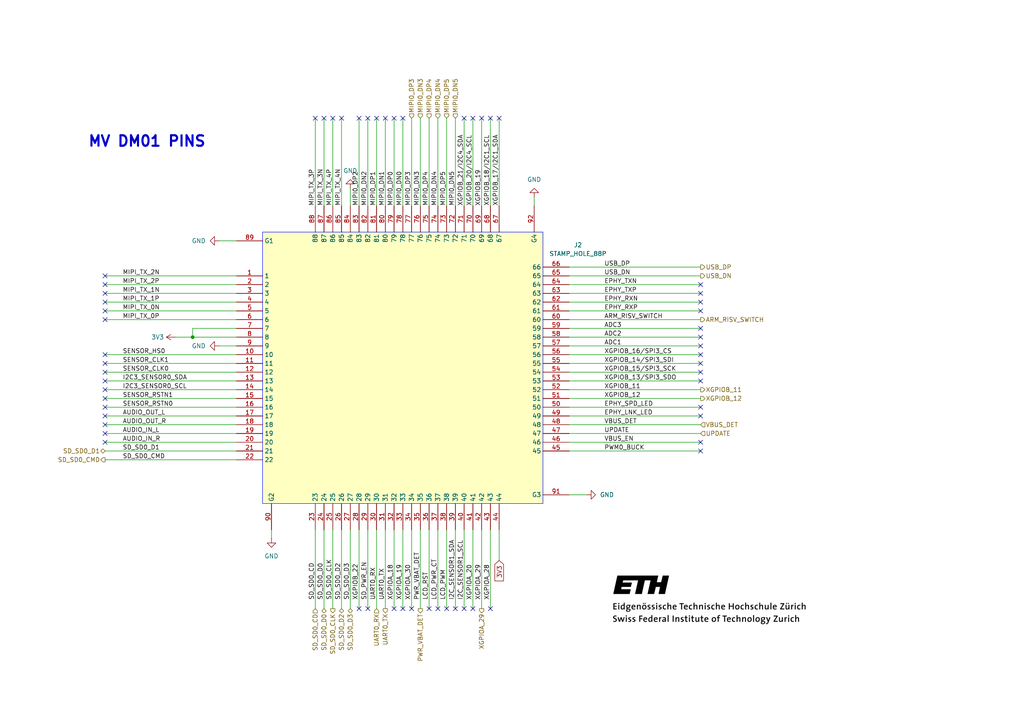
<source format=kicad_sch>
(kicad_sch (version 20250114) (generator "eeschema") (generator_version "9.0")
  (paper "A4")
  (title_block (title "BT-MV Duo 01 Deck") (date "4.11.2025") (rev "A"))
  (lib_symbols
    (symbol "Milk V Library:root_0_STAMP_HOLE_0_*"
      (property "Reference" "J2" (at 91.44 -3.7398 0))
      (property "Value" "STAMP_HOLE_88P" (at 91.44 -6.2798 0))
      (symbol "root_0_STAMP_HOLE_0_*_1_0"
        (rectangle (start 81.28 0) (end 0 -78.74) (stroke (width 0) (color 0 11 255 1)) (fill (type background)))
        (pin passive line (at -7.62 -2.54 0) (length 7.62) (name "G1") (number "89"))
        (pin output line (at -7.62 -12.7 0) (length 7.62) (name "1") (number "1"))
        (pin output line (at -7.62 -15.24 0) (length 7.62) (name "2") (number "2"))
        (pin output line (at -7.62 -17.78 0) (length 7.62) (name "3") (number "3"))
        (pin output line (at -7.62 -20.32 0) (length 7.62) (name "4") (number "4"))
        (pin output line (at -7.62 -22.86 0) (length 7.62) (name "5") (number "5"))
        (pin output line (at -7.62 -25.4 0) (length 7.62) (name "6") (number "6"))
        (pin passive line (at -7.62 -27.94 0) (length 7.62) (name "7") (number "7"))
        (pin passive line (at -7.62 -30.48 0) (length 7.62) (name "8") (number "8"))
        (pin passive line (at -7.62 -33.02 0) (length 7.62) (name "9") (number "9"))
        (pin input line (at -7.62 -35.56 0) (length 7.62) (name "10") (number "10"))
        (pin output line (at -7.62 -38.1 0) (length 7.62) (name "11") (number "11"))
        (pin output line (at -7.62 -40.64 0) (length 7.62) (name "12") (number "12"))
        (pin bidirectional line (at -7.62 -43.18 0) (length 7.62) (name "13") (number "13"))
        (pin bidirectional line (at -7.62 -45.72 0) (length 7.62) (name "14") (number "14"))
        (pin output line (at -7.62 -48.26 0) (length 7.62) (name "15") (number "15"))
        (pin output line (at -7.62 -50.8 0) (length 7.62) (name "16") (number "16"))
        (pin output line (at -7.62 -53.34 0) (length 7.62) (name "17") (number "17"))
        (pin output line (at -7.62 -55.88 0) (length 7.62) (name "18") (number "18"))
        (pin input line (at -7.62 -58.42 0) (length 7.62) (name "19") (number "19"))
        (pin input line (at -7.62 -60.96 0) (length 7.62) (name "20") (number "20"))
        (pin bidirectional line (at -7.62 -63.5 0) (length 7.62) (name "21") (number "21"))
        (pin output line (at -7.62 -66.04 0) (length 7.62) (name "22") (number "22"))
        (pin passive line (at 2.54 -86.36 90) (length 7.62) (name "G2") (number "90"))
        (pin output line (at 15.24 7.62 270) (length 7.62) (name "88") (number "88"))
        (pin input line (at 15.24 -86.36 90) (length 7.62) (name "23") (number "23"))
        (pin output line (at 17.78 7.62 270) (length 7.62) (name "87") (number "87"))
        (pin bidirectional line (at 17.78 -86.36 90) (length 7.62) (name "24") (number "24"))
        (pin output line (at 20.32 7.62 270) (length 7.62) (name "86") (number "86"))
        (pin output line (at 20.32 -86.36 90) (length 7.62) (name "25") (number "25"))
        (pin output line (at 22.86 7.62 270) (length 7.62) (name "85") (number "85"))
        (pin bidirectional line (at 22.86 -86.36 90) (length 7.62) (name "26") (number "26"))
        (pin passive line (at 25.4 7.62 270) (length 7.62) (name "84") (number "84"))
        (pin bidirectional line (at 25.4 -86.36 90) (length 7.62) (name "27") (number "27"))
        (pin input line (at 27.94 7.62 270) (length 7.62) (name "83") (number "83"))
        (pin passive line (at 27.94 -86.36 90) (length 7.62) (name "28") (number "28"))
        (pin input line (at 30.48 7.62 270) (length 7.62) (name "82") (number "82"))
        (pin output line (at 30.48 -86.36 90) (length 7.62) (name "29") (number "29"))
        (pin input line (at 33.02 7.62 270) (length 7.62) (name "81") (number "81"))
        (pin input line (at 33.02 -86.36 90) (length 7.62) (name "30") (number "30"))
        (pin input line (at 35.56 7.62 270) (length 7.62) (name "80") (number "80"))
        (pin output line (at 35.56 -86.36 90) (length 7.62) (name "31") (number "31"))
        (pin input line (at 38.1 7.62 270) (length 7.62) (name "79") (number "79"))
        (pin input line (at 38.1 -86.36 90) (length 7.62) (name "32") (number "32"))
        (pin input line (at 40.64 7.62 270) (length 7.62) (name "78") (number "78"))
        (pin output line (at 40.64 -86.36 90) (length 7.62) (name "33") (number "33"))
        (pin input line (at 43.18 7.62 270) (length 7.62) (name "77") (number "77"))
        (pin output line (at 43.18 -86.36 90) (length 7.62) (name "34") (number "34"))
        (pin input line (at 45.72 7.62 270) (length 7.62) (name "76") (number "76"))
        (pin output line (at 45.72 -86.36 90) (length 7.62) (name "35") (number "35"))
        (pin input line (at 48.26 7.62 270) (length 7.62) (name "75") (number "75"))
        (pin output line (at 48.26 -86.36 90) (length 7.62) (name "36") (number "36"))
        (pin input line (at 50.8 7.62 270) (length 7.62) (name "74") (number "74"))
        (pin output line (at 50.8 -86.36 90) (length 7.62) (name "37") (number "37"))
        (pin input line (at 53.34 7.62 270) (length 7.62) (name "73") (number "73"))
        (pin output line (at 53.34 -86.36 90) (length 7.62) (name "38") (number "38"))
        (pin input line (at 55.88 7.62 270) (length 7.62) (name "72") (number "72"))
        (pin bidirectional line (at 55.88 -86.36 90) (length 7.62) (name "39") (number "39"))
        (pin output line (at 58.42 7.62 270) (length 7.62) (name "71") (number "71"))
        (pin bidirectional line (at 58.42 -86.36 90) (length 7.62) (name "40") (number "40"))
        (pin output line (at 60.96 7.62 270) (length 7.62) (name "70") (number "70"))
        (pin output line (at 60.96 -86.36 90) (length 7.62) (name "41") (number "41"))
        (pin output line (at 63.5 7.62 270) (length 7.62) (name "69") (number "69"))
        (pin bidirectional line (at 63.5 -86.36 90) (length 7.62) (name "42") (number "42"))
        (pin output line (at 66.04 7.62 270) (length 7.62) (name "68") (number "68"))
        (pin passive line (at 66.04 -86.36 90) (length 7.62) (name "43") (number "43"))
        (pin bidirectional line (at 68.58 7.62 270) (length 7.62) (name "67") (number "67"))
        (pin passive line (at 68.58 -86.36 90) (length 7.62) (name "44") (number "44"))
        (pin passive line (at 78.74 7.62 270) (length 7.62) (name "G4") (number "92"))
        (pin bidirectional line (at 88.9 -10.16 180) (length 7.62) (name "66") (number "66"))
        (pin bidirectional line (at 88.9 -12.7 180) (length 7.62) (name "65") (number "65"))
        (pin output line (at 88.9 -15.24 180) (length 7.62) (name "64") (number "64"))
        (pin output line (at 88.9 -17.78 180) (length 7.62) (name "63") (number "63"))
        (pin input line (at 88.9 -20.32 180) (length 7.62) (name "62") (number "62"))
        (pin input line (at 88.9 -22.86 180) (length 7.62) (name "61") (number "61"))
        (pin output line (at 88.9 -25.4 180) (length 7.62) (name "60") (number "60"))
        (pin input line (at 88.9 -27.94 180) (length 7.62) (name "59") (number "59"))
        (pin input line (at 88.9 -30.48 180) (length 7.62) (name "58") (number "58"))
        (pin input line (at 88.9 -33.02 180) (length 7.62) (name "57") (number "57"))
        (pin output line (at 88.9 -35.56 180) (length 7.62) (name "56") (number "56"))
        (pin output line (at 88.9 -38.1 180) (length 7.62) (name "55") (number "55"))
        (pin output line (at 88.9 -40.64 180) (length 7.62) (name "54") (number "54"))
        (pin output line (at 88.9 -43.18 180) (length 7.62) (name "53") (number "53"))
        (pin passive line (at 88.9 -45.72 180) (length 7.62) (name "52") (number "52"))
        (pin passive line (at 88.9 -48.26 180) (length 7.62) (name "51") (number "51"))
        (pin output line (at 88.9 -50.8 180) (length 7.62) (name "50") (number "50"))
        (pin output line (at 88.9 -53.34 180) (length 7.62) (name "49") (number "49"))
        (pin input line (at 88.9 -55.88 180) (length 7.62) (name "48") (number "48"))
        (pin input line (at 88.9 -58.42 180) (length 7.62) (name "47") (number "47"))
        (pin output line (at 88.9 -60.96 180) (length 7.62) (name "46") (number "46"))
        (pin output line (at 88.9 -63.5 180) (length 7.62) (name "45") (number "45"))
        (pin passive line (at 88.9 -76.2 180) (length 7.62) (name "G3") (number "91"))
      )
    )
    (symbol "power:+3V3" (power) (pin_numbers (hide yes)) (pin_names (offset 0) (hide yes))
      (property "Value" "+3V3" (at 0 3.556 0))
      (symbol "+3V3_0_1"
        (polyline (pts (xy -0.762 1.27) (xy 0 2.54)))
        (polyline (pts (xy 0 2.54) (xy 0.762 1.27)))
        (polyline (pts (xy 0 0) (xy 0 2.54)))
      )
      (symbol "+3V3_1_1"
        (pin power_in line (at 0 0 90) (length 0) (name "~") (number "1"))
      )
    )
    (symbol "power:GND" (power) (pin_numbers (hide yes)) (pin_names (offset 0) (hide yes))
      (property "Value" "GND" (at 0 -3.81 0))
      (symbol "GND_0_1"
        (polyline (pts (xy 0 0) (xy 0 -1.27) (xy 1.27 -1.27) (xy 0 -2.54) (xy -1.27 -1.27) (xy 0 -1.27)))
      )
      (symbol "GND_1_1"
        (pin power_in line (at 0 0 270) (length 0) (name "~") (number "1"))
      )
    )
  )
  (text "MV DM01 PINS" (at 25.4 42.926 0) (effects (font (size 3.048 3.048) (thickness 0.6096) (bold yes)) (justify left bottom)))
  (junction (at 55.88 97.79))
  (no_connect (at 30.48 128.27))
  (no_connect (at 30.48 87.63))
  (no_connect (at 30.48 90.17))
  (no_connect (at 142.24 34.29))
  (no_connect (at 30.48 125.73))
  (no_connect (at 30.48 107.95))
  (no_connect (at 106.68 34.29))
  (no_connect (at 132.08 176.53))
  (no_connect (at 203.2 105.41))
  (no_connect (at 106.68 176.53))
  (no_connect (at 142.24 176.53))
  (no_connect (at 203.2 90.17))
  (no_connect (at 137.16 34.29))
  (no_connect (at 203.2 100.33))
  (no_connect (at 137.16 176.53))
  (no_connect (at 203.2 110.49))
  (no_connect (at 203.2 118.11))
  (no_connect (at 203.2 130.81))
  (no_connect (at 116.84 34.29))
  (no_connect (at 203.2 102.87))
  (no_connect (at 144.78 34.29))
  (no_connect (at 30.48 118.11))
  (no_connect (at 203.2 128.27))
  (no_connect (at 203.2 87.63))
  (no_connect (at 203.2 120.65))
  (no_connect (at 99.06 34.29))
  (no_connect (at 30.48 110.49))
  (no_connect (at 30.48 102.87))
  (no_connect (at 30.48 105.41))
  (no_connect (at 30.48 120.65))
  (no_connect (at 124.46 176.53))
  (no_connect (at 30.48 115.57))
  (no_connect (at 116.84 176.53))
  (no_connect (at 30.48 113.03))
  (no_connect (at 134.62 34.29))
  (no_connect (at 203.2 85.09))
  (no_connect (at 114.3 176.53))
  (no_connect (at 30.48 85.09))
  (no_connect (at 129.54 176.53))
  (no_connect (at 139.7 34.29))
  (no_connect (at 203.2 97.79))
  (no_connect (at 203.2 82.55))
  (no_connect (at 203.2 95.25))
  (no_connect (at 111.76 34.29))
  (no_connect (at 104.14 176.53))
  (no_connect (at 203.2 107.95))
  (no_connect (at 134.62 176.53))
  (no_connect (at 91.44 34.29))
  (no_connect (at 30.48 92.71))
  (no_connect (at 104.14 34.29))
  (no_connect (at 114.3 34.29))
  (no_connect (at 119.38 176.53))
  (no_connect (at 30.48 82.55))
  (no_connect (at 96.52 34.29))
  (no_connect (at 30.48 80.01))
  (no_connect (at 127 176.53))
  (no_connect (at 30.48 123.19))
  (no_connect (at 109.22 34.29))
  (no_connect (at 93.98 34.29))
  (wire (pts (xy 114.3 59.69) (xy 114.3 34.29)))
  (wire (pts (xy 203.2 113.03) (xy 165.1 113.03)))
  (wire (pts (xy 203.2 77.47) (xy 165.1 77.47)))
  (wire (pts (xy 203.2 115.57) (xy 165.1 115.57)))
  (wire (pts (xy 203.2 118.11) (xy 165.1 118.11)))
  (wire (pts (xy 91.44 176.53) (xy 91.44 153.67)))
  (wire (pts (xy 55.88 97.79) (xy 68.58 97.79)))
  (wire (pts (xy 203.2 123.19) (xy 165.1 123.19)))
  (wire (pts (xy 109.22 59.69) (xy 109.22 34.29)))
  (wire (pts (xy 68.58 69.85) (xy 63.5 69.85)))
  (wire (pts (xy 55.88 97.79) (xy 55.88 95.25)))
  (wire (pts (xy 68.58 120.65) (xy 30.48 120.65)))
  (wire (pts (xy 68.58 133.35) (xy 30.48 133.35)))
  (wire (pts (xy 55.88 95.25) (xy 68.58 95.25)))
  (wire (pts (xy 50.8 97.79) (xy 55.88 97.79)))
  (wire (pts (xy 101.6 59.69) (xy 101.6 54.61)))
  (wire (pts (xy 68.58 85.09) (xy 30.48 85.09)))
  (wire (pts (xy 119.38 176.53) (xy 119.38 153.67)))
  (wire (pts (xy 68.58 100.33) (xy 63.5 100.33)))
  (wire (pts (xy 203.2 107.95) (xy 165.1 107.95)))
  (wire (pts (xy 124.46 176.53) (xy 124.46 153.67)))
  (wire (pts (xy 144.78 59.69) (xy 144.78 34.29)))
  (wire (pts (xy 142.24 59.69) (xy 142.24 34.29)))
  (wire (pts (xy 116.84 59.69) (xy 116.84 34.29)))
  (wire (pts (xy 134.62 59.69) (xy 134.62 34.29)))
  (wire (pts (xy 106.68 176.53) (xy 106.68 153.67)))
  (wire (pts (xy 137.16 59.69) (xy 137.16 34.29)))
  (wire (pts (xy 137.16 153.67) (xy 137.16 176.53)))
  (wire (pts (xy 142.24 176.53) (xy 142.24 153.67)))
  (wire (pts (xy 203.2 87.63) (xy 165.1 87.63)))
  (wire (pts (xy 68.58 113.03) (xy 30.48 113.03)))
  (wire (pts (xy 68.58 90.17) (xy 30.48 90.17)))
  (wire (pts (xy 139.7 176.53) (xy 139.7 153.67)))
  (wire (pts (xy 99.06 176.53) (xy 99.06 153.67)))
  (wire (pts (xy 203.2 92.71) (xy 165.1 92.71)))
  (wire (pts (xy 93.98 176.53) (xy 93.98 153.67)))
  (wire (pts (xy 129.54 176.53) (xy 129.54 153.67)))
  (wire (pts (xy 104.14 59.69) (xy 104.14 34.29)))
  (wire (pts (xy 132.08 176.53) (xy 132.08 153.67)))
  (wire (pts (xy 203.2 97.79) (xy 165.1 97.79)))
  (wire (pts (xy 203.2 95.25) (xy 165.1 95.25)))
  (wire (pts (xy 132.08 59.69) (xy 132.08 34.29)))
  (wire (pts (xy 68.58 87.63) (xy 30.48 87.63)))
  (wire (pts (xy 68.58 102.87) (xy 30.48 102.87)))
  (wire (pts (xy 124.46 59.69) (xy 124.46 34.29)))
  (wire (pts (xy 119.38 59.69) (xy 119.38 34.29)))
  (wire (pts (xy 68.58 125.73) (xy 30.48 125.73)))
  (wire (pts (xy 68.58 118.11) (xy 30.48 118.11)))
  (wire (pts (xy 68.58 82.55) (xy 30.48 82.55)))
  (wire (pts (xy 134.62 176.53) (xy 134.62 153.67)))
  (wire (pts (xy 203.2 128.27) (xy 165.1 128.27)))
  (wire (pts (xy 121.92 176.53) (xy 121.92 153.67)))
  (wire (pts (xy 114.3 176.53) (xy 114.3 153.67)))
  (wire (pts (xy 121.92 59.69) (xy 121.92 34.29)))
  (wire (pts (xy 170.18 143.51) (xy 165.1 143.51)))
  (wire (pts (xy 68.58 123.19) (xy 30.48 123.19)))
  (wire (pts (xy 101.6 176.53) (xy 101.6 153.67)))
  (wire (pts (xy 144.78 162.56) (xy 144.78 153.67)))
  (wire (pts (xy 106.68 59.69) (xy 106.68 34.29)))
  (wire (pts (xy 91.44 59.69) (xy 91.44 34.29)))
  (wire (pts (xy 203.2 105.41) (xy 165.1 105.41)))
  (wire (pts (xy 203.2 100.33) (xy 165.1 100.33)))
  (wire (pts (xy 203.2 125.73) (xy 165.1 125.73)))
  (wire (pts (xy 129.54 59.69) (xy 129.54 34.29)))
  (wire (pts (xy 109.22 176.53) (xy 109.22 153.67)))
  (wire (pts (xy 203.2 102.87) (xy 165.1 102.87)))
  (wire (pts (xy 203.2 82.55) (xy 165.1 82.55)))
  (wire (pts (xy 68.58 107.95) (xy 30.48 107.95)))
  (wire (pts (xy 203.2 80.01) (xy 165.1 80.01)))
  (wire (pts (xy 104.14 153.67) (xy 104.14 176.53)))
  (wire (pts (xy 139.7 59.69) (xy 139.7 34.29)))
  (wire (pts (xy 93.98 59.69) (xy 93.98 34.29)))
  (wire (pts (xy 68.58 80.01) (xy 30.48 80.01)))
  (wire (pts (xy 111.76 176.53) (xy 111.76 153.67)))
  (wire (pts (xy 154.94 59.69) (xy 154.94 57.15)))
  (wire (pts (xy 127 59.69) (xy 127 34.29)))
  (wire (pts (xy 68.58 110.49) (xy 30.48 110.49)))
  (wire (pts (xy 68.58 128.27) (xy 30.48 128.27)))
  (wire (pts (xy 96.52 153.67) (xy 96.52 176.53)))
  (wire (pts (xy 96.52 59.69) (xy 96.52 34.29)))
  (wire (pts (xy 78.74 156.21) (xy 78.74 153.67)))
  (wire (pts (xy 116.84 176.53) (xy 116.84 153.67)))
  (wire (pts (xy 203.2 130.81) (xy 165.1 130.81)))
  (wire (pts (xy 68.58 92.71) (xy 30.48 92.71)))
  (wire (pts (xy 68.58 105.41) (xy 30.48 105.41)))
  (wire (pts (xy 127 176.53) (xy 127 153.67)))
  (wire (pts (xy 99.06 59.69) (xy 99.06 34.29)))
  (wire (pts (xy 203.2 85.09) (xy 165.1 85.09)))
  (wire (pts (xy 68.58 115.57) (xy 30.48 115.57)))
  (wire (pts (xy 203.2 90.17) (xy 165.1 90.17)))
  (wire (pts (xy 203.2 120.65) (xy 165.1 120.65)))
  (wire (pts (xy 111.76 59.69) (xy 111.76 34.29)))
  (wire (pts (xy 203.2 110.49) (xy 165.1 110.49)))
  (wire (pts (xy 68.58 130.81) (xy 30.48 130.81)))
  (image (at 205.74 173.99) (scale 0.824507))
  (label "SD_SD0_D2" (at 99.06 173.99 90))
  (label "XGPIOB_21/I2C4_SDA" (at 134.62 59.69 90))
  (label "XGPIOA_30" (at 119.38 173.99 90))
  (label "EPHY_TXP" (at 175.26 85.09 0))
  (label "XGPIOB_15{slash}SPI3_SCK" (at 175.26 107.95 0))
  (label "XGPIOA_29" (at 139.7 173.99 90))
  (label "AUDIO_IN_L" (at 35.56 125.73 0))
  (label "VBUS_EN" (at 175.26 128.27 0))
  (label "ARM_RISV_SWITCH" (at 175.26 92.71 0))
  (label "MIPI0_DN3" (at 121.92 59.69 90))
  (label "MIPI0_DN1" (at 111.76 59.69 90))
  (label "MIPI_TX_3N" (at 93.98 59.69 90))
  (label "XGPIOB_18/I2C1_SCL" (at 142.24 59.69 90))
  (label "MIPI0_DP4" (at 124.46 59.69 90))
  (label "MIPI_TX_4P" (at 96.52 59.69 90))
  (label "AUDIO_OUT_L" (at 35.56 120.65 0))
  (label "I2C3_SENSOR0_SCL" (at 35.56 113.03 0))
  (label "PWM0_BUCK" (at 175.26 130.81 0))
  (label "LCD_PWM" (at 129.54 173.99 90))
  (label "XGPIOA_18" (at 114.3 173.99 90))
  (label "EPHY_LNK_LED" (at 175.26 120.65 0))
  (label "MIPI0_DP0" (at 114.3 59.69 90))
  (label "SENSOR_HS0" (at 35.56 102.87 0))
  (label "UPDATE" (at 175.26 125.73 0))
  (label "I2C_SENSOR1_SDA" (at 132.08 173.99 90))
  (label "MIPI_TX_4N" (at 99.06 59.69 90))
  (label "ADC2" (at 175.26 97.79 0))
  (label "XGPIOB_17/I2C1_SDA" (at 144.78 59.69 90))
  (label "SD_SD0_D1" (at 35.56 130.81 0))
  (label "XGPIOB_19" (at 139.7 59.69 90))
  (label "PWR_VBAT_DET" (at 121.92 173.99 90))
  (label "SENSOR_RSTN1" (at 35.56 115.57 0))
  (label "SD_PWR_EN" (at 106.68 173.99 90))
  (label "SENSOR_RSTN0" (at 35.56 118.11 0))
  (label "SENSOR_CLK0" (at 35.56 107.95 0))
  (label "LCD_RST" (at 124.46 173.99 90))
  (label "EPHY_RXP" (at 175.26 90.17 0))
  (label "USB_DN" (at 175.26 80.01 0))
  (label "MIPI0_DN4" (at 127 59.69 90))
  (label "MIPI_TX_3P" (at 91.44 59.69 90))
  (label "EPHY_TXN" (at 175.26 82.55 0))
  (label "MIPI_TX_1N" (at 35.56 85.09 0))
  (label "MIPI0_DP5" (at 129.54 59.69 90))
  (label "MIPI0_DP2" (at 104.14 59.69 90))
  (label "XGPIOB_12" (at 175.26 115.57 0))
  (label "SD_SD0_CD" (at 91.44 173.99 90))
  (label "XGPIOB_14{slash}SPI3_SDI" (at 175.26 105.41 0))
  (label "VBUS_DET" (at 175.26 123.19 0))
  (label "EPHY_RXN" (at 175.26 87.63 0))
  (label "MIPI_TX_0N" (at 35.56 90.17 0))
  (label "SD_SD0_CLK" (at 96.52 173.99 90))
  (label "MIPI0_DN0" (at 116.84 59.69 90))
  (label "XGPIOB_13{slash}SPI3_SDO" (at 175.26 110.49 0))
  (label "LCD_PWR_CT" (at 127 173.99 90))
  (label "I2C3_SENSOR0_SDA" (at 35.56 110.49 0))
  (label "XGPIOB_20/I2C4_SCL" (at 137.16 59.69 90))
  (label "MIPI_TX_0P" (at 35.56 92.71 0))
  (label "XGPIOB_11" (at 175.26 113.03 0))
  (label "AUDIO_OUT_R" (at 35.56 123.19 0))
  (label "I2C_SENSOR1_SCL" (at 134.62 173.99 90))
  (label "SD_SD0_CMD" (at 35.56 133.35 0))
  (label "MIPI0_DP3" (at 119.38 59.69 90))
  (label "MIPI_TX_1P" (at 35.56 87.63 0))
  (label "ADC1" (at 175.26 100.33 0))
  (label "SD_SD0_D3" (at 101.6 173.99 90))
  (label "XGPIOB_16/SPI3_CS" (at 175.26 102.87 0))
  (label "SENSOR_CLK1" (at 35.56 105.41 0))
  (label "XGPIOB_22" (at 104.14 173.99 90))
  (label "MIPI0_DN2" (at 106.68 59.69 90))
  (label "MIPI0_DN5" (at 132.08 59.69 90))
  (label "XGPIOA_19" (at 116.84 173.99 90))
  (label "MIPI0_DP1" (at 109.22 59.69 90))
  (label "ADC3" (at 175.26 95.25 0))
  (label "EPHY_SPD_LED" (at 175.26 118.11 0))
  (label "XGPIOA_28" (at 142.24 173.99 90))
  (label "AUDIO_IN_R" (at 35.56 128.27 0))
  (label "MIPI_TX_2N" (at 35.56 80.01 0))
  (label "MIPI_TX_2P" (at 35.56 82.55 0))
  (label "UART0_RX" (at 109.22 173.99 90))
  (label "XGPIOA_20" (at 137.16 173.99 90))
  (label "SD_SD0_D0" (at 93.98 173.99 90))
  (label "USB_DP" (at 175.26 77.47 0))
  (label "UART0_TX" (at 111.76 173.99 90))
  (global_label "3V3" (shape input) (at 144.78 162.56 270) (property "Intersheetrefs" "${INTERSHEET_REFS}" (effects (hide yes))))
  (hierarchical_label "UPDATE" (shape input) (at 203.2 125.73 0))
  (hierarchical_label "SD_SD0_D1" (shape bidirectional) (at 30.48 130.81 180))
  (hierarchical_label "VBUS_DET" (shape input) (at 203.2 123.19 0))
  (hierarchical_label "XGPIOB_11" (shape output) (at 203.2 113.03 0))
  (hierarchical_label "USB_DP" (shape output) (at 203.2 77.47 0))
  (hierarchical_label "MIPI0_DP5" (shape input) (at 129.54 34.29 90))
  (hierarchical_label "MIPI0_DN5" (shape input) (at 132.08 34.29 90))
  (hierarchical_label "MIPI0_DN3" (shape input) (at 121.92 34.29 90))
  (hierarchical_label "XGPIOA_29" (shape output) (at 139.7 176.53 270))
  (hierarchical_label "SD_SD0_CMD" (shape output) (at 30.48 133.35 180))
  (hierarchical_label "ARM_RISV_SWITCH" (shape output) (at 203.2 92.71 0))
  (hierarchical_label "UART0_TX" (shape output) (at 111.76 176.53 270))
  (hierarchical_label "SD_SD0_D3" (shape bidirectional) (at 101.6 176.53 270))
  (hierarchical_label "MIPI0_DP3" (shape input) (at 119.38 34.29 90))
  (hierarchical_label "PWR_VBAT_DET" (shape output) (at 121.92 176.53 270))
  (hierarchical_label "SD_SD0_D2" (shape bidirectional) (at 99.06 176.53 270))
  (hierarchical_label "SD_SD0_D0" (shape bidirectional) (at 93.98 176.53 270))
  (hierarchical_label "MIPI0_DN4" (shape input) (at 127 34.29 90))
  (hierarchical_label "MIPI0_DP4" (shape input) (at 124.46 34.29 90))
  (hierarchical_label "SD_SD0_CD" (shape input) (at 91.44 176.53 270))
  (hierarchical_label "SD_SD0_CLK" (shape output) (at 96.52 176.53 270))
  (hierarchical_label "USB_DN" (shape output) (at 203.2 80.01 0))
  (hierarchical_label "XGPIOB_12" (shape output) (at 203.2 115.57 0))
  (hierarchical_label "UART0_RX" (shape input) (at 109.22 176.53 270))
  (symbol (lib_id "power:GND") (at 63.5 100.33 270) (unit 1)
    (property "Reference" "#PWR084" (effects (hide yes)))
    (property "Value" "GND" (at 59.69 100.3299 90) (effects (justify right)))
    (property "Description" "Power symbol creates a global label with name \"GND\" , ground" (effects (hide yes)))
  )
  (symbol (lib_id "Milk V Library:root_0_STAMP_HOLE_0_*") (at 76.2 67.31 0) (unit 1)
    (property "Reference" "J2" (at 167.64 71.0498 0))
    (property "Value" "STAMP_HOLE_88P" (at 167.64 73.5898 0))
    (property "Footprint" "BT-Milk V Duo S:MilkV_Duo_Module" (effects (hide yes)))
    (property "Datasheet" "https://milkv.io/duo-module-01" (effects (hide yes)))
    (property "Description" "Milk Module" (effects (hide yes)))
  )
  (symbol (lib_id "power:GND") (at 63.5 69.85 270) (unit 1)
    (property "Reference" "#PWR043" (effects (hide yes)))
    (property "Value" "GND" (at 59.69 69.8499 90) (effects (justify right)))
    (property "Description" "Power symbol creates a global label with name \"GND\" , ground" (effects (hide yes)))
  )
  (symbol (lib_id "power:GND") (at 101.6 54.61 180) (unit 1)
    (property "Reference" "#PWR0101" (effects (hide yes)))
    (property "Value" "GND" (at 101.6 49.53 0))
    (property "Description" "Power symbol creates a global label with name \"GND\" , ground" (effects (hide yes)))
  )
  (symbol (lib_id "power:GND") (at 170.18 143.51 90) (unit 1)
    (property "Reference" "#PWR0149" (effects (hide yes)))
    (property "Value" "GND" (at 173.99 143.5099 90) (effects (justify right)))
    (property "Description" "Power symbol creates a global label with name \"GND\" , ground" (effects (hide yes)))
  )
  (symbol (lib_id "power:GND") (at 78.74 156.21 0) (unit 1)
    (property "Reference" "#PWR042" (effects (hide yes)))
    (property "Value" "GND" (at 78.74 161.29 0))
    (property "Description" "Power symbol creates a global label with name \"GND\" , ground" (effects (hide yes)))
  )
  (symbol (lib_id "power:+3V3") (at 50.8 97.79 90) (mirror x) (unit 1)
    (property "Reference" "#PWR085" (effects (hide yes)))
    (property "Value" "3V3" (at 45.72 97.79 90))
  )
  (symbol (lib_id "power:GND") (at 154.94 57.15 180) (unit 1)
    (property "Reference" "#PWR0102" (effects (hide yes)))
    (property "Value" "GND" (at 154.94 52.07 0))
    (property "Description" "Power symbol creates a global label with name \"GND\" , ground" (effects (hide yes)))
  )
)
</source>
